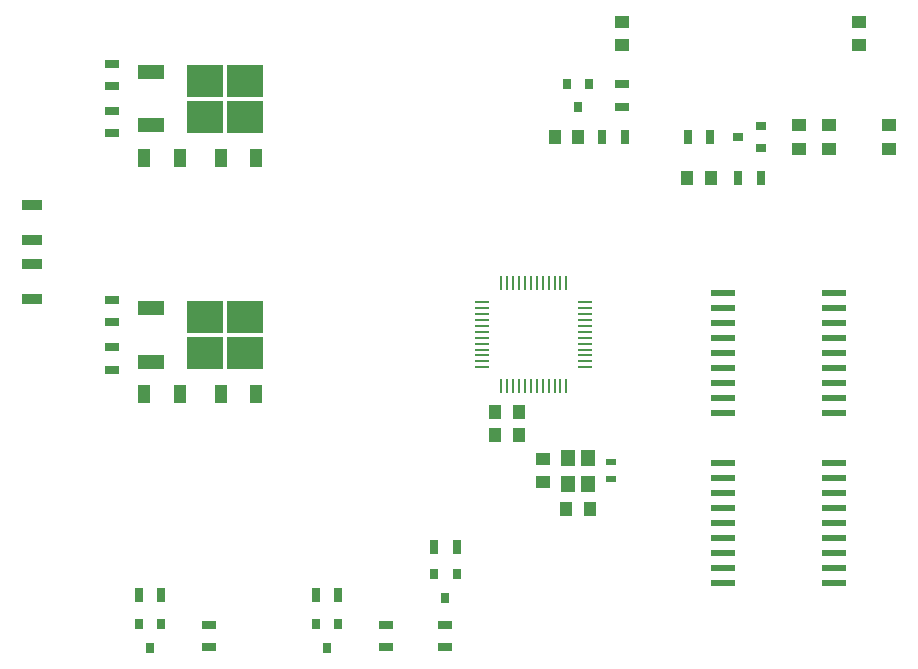
<source format=gtp>
G04 #@! TF.GenerationSoftware,KiCad,Pcbnew,(5.1.7)-1*
G04 #@! TF.CreationDate,2022-09-30T21:09:14+02:00*
G04 #@! TF.ProjectId,Zaehler-Modul,5a616568-6c65-4722-9d4d-6f64756c2e6b,rev?*
G04 #@! TF.SameCoordinates,Original*
G04 #@! TF.FileFunction,Paste,Top*
G04 #@! TF.FilePolarity,Positive*
%FSLAX46Y46*%
G04 Gerber Fmt 4.6, Leading zero omitted, Abs format (unit mm)*
G04 Created by KiCad (PCBNEW (5.1.7)-1) date 2022-09-30 21:09:14*
%MOMM*%
%LPD*%
G01*
G04 APERTURE LIST*
%ADD10R,1.700000X0.900000*%
%ADD11R,0.900000X0.500000*%
%ADD12R,1.000000X1.250000*%
%ADD13R,2.200000X1.200000*%
%ADD14R,3.050000X2.750000*%
%ADD15R,1.300000X0.700000*%
%ADD16R,1.000000X1.600000*%
%ADD17R,2.000000X0.600000*%
%ADD18R,1.200000X1.400000*%
%ADD19R,0.250000X1.300000*%
%ADD20R,1.300000X0.250000*%
%ADD21R,0.700000X1.300000*%
%ADD22R,0.900000X0.800000*%
%ADD23R,0.800000X0.900000*%
%ADD24R,1.250000X1.000000*%
G04 APERTURE END LIST*
D10*
X84750000Y-105050000D03*
X84750000Y-107950000D03*
X84750000Y-100050000D03*
X84750000Y-102950000D03*
D11*
X133750000Y-121750000D03*
X133750000Y-123250000D03*
D12*
X140250000Y-97750000D03*
X142250000Y-97750000D03*
D13*
X94800000Y-108720000D03*
X94800000Y-113280000D03*
D14*
X102775000Y-112525000D03*
X99425000Y-109475000D03*
X102775000Y-109475000D03*
X99425000Y-112525000D03*
D13*
X94800000Y-88720000D03*
X94800000Y-93280000D03*
D14*
X102775000Y-92525000D03*
X99425000Y-89475000D03*
X102775000Y-89475000D03*
X99425000Y-92525000D03*
D15*
X91500000Y-89950000D03*
X91500000Y-88050000D03*
X91500000Y-93950000D03*
X91500000Y-92050000D03*
X91500000Y-109950000D03*
X91500000Y-108050000D03*
X91500000Y-113950000D03*
X91500000Y-112050000D03*
D16*
X103750000Y-96000000D03*
X100750000Y-96000000D03*
X103750000Y-116000000D03*
X100750000Y-116000000D03*
X94250000Y-96000000D03*
X97250000Y-96000000D03*
X94250000Y-116000000D03*
X97250000Y-116000000D03*
D17*
X143300000Y-121840000D03*
X143300000Y-123110000D03*
X143300000Y-124380000D03*
X143300000Y-125650000D03*
X143300000Y-126920000D03*
X143300000Y-128190000D03*
X143300000Y-129460000D03*
X143300000Y-130730000D03*
X143300000Y-132000000D03*
X152700000Y-132000000D03*
X152700000Y-130730000D03*
X152700000Y-129460000D03*
X152700000Y-128190000D03*
X152700000Y-126920000D03*
X152700000Y-125650000D03*
X152700000Y-124380000D03*
X152700000Y-123110000D03*
X152700000Y-121840000D03*
X143300000Y-107500000D03*
X143300000Y-108770000D03*
X143300000Y-110040000D03*
X143300000Y-111310000D03*
X143300000Y-112580000D03*
X143300000Y-113850000D03*
X143300000Y-115120000D03*
X143300000Y-116390000D03*
X143300000Y-117660000D03*
X152700000Y-117660000D03*
X152700000Y-116390000D03*
X152700000Y-115120000D03*
X152700000Y-113850000D03*
X152700000Y-112580000D03*
X152700000Y-111310000D03*
X152700000Y-110040000D03*
X152700000Y-108770000D03*
X152700000Y-107500000D03*
D18*
X130150000Y-121400000D03*
X130150000Y-123600000D03*
X131850000Y-123600000D03*
X131850000Y-121400000D03*
D19*
X124500000Y-115350000D03*
X125000000Y-115350000D03*
X125500000Y-115350000D03*
X126000000Y-115350000D03*
X126500000Y-115350000D03*
X127000000Y-115350000D03*
X127500000Y-115350000D03*
X128000000Y-115350000D03*
X128500000Y-115350000D03*
X129000000Y-115350000D03*
X129500000Y-115350000D03*
X130000000Y-115350000D03*
D20*
X131600000Y-113750000D03*
X131600000Y-113250000D03*
X131600000Y-112750000D03*
X131600000Y-112250000D03*
X131600000Y-111750000D03*
X131600000Y-111250000D03*
X131600000Y-110750000D03*
X131600000Y-110250000D03*
X131600000Y-109750000D03*
X131600000Y-109250000D03*
X131600000Y-108750000D03*
X131600000Y-108250000D03*
D19*
X130000000Y-106650000D03*
X129500000Y-106650000D03*
X129000000Y-106650000D03*
X128500000Y-106650000D03*
X128000000Y-106650000D03*
X127500000Y-106650000D03*
X127000000Y-106650000D03*
X126500000Y-106650000D03*
X126000000Y-106650000D03*
X125500000Y-106650000D03*
X125000000Y-106650000D03*
X124500000Y-106650000D03*
D20*
X122900000Y-108250000D03*
X122900000Y-108750000D03*
X122900000Y-109250000D03*
X122900000Y-109750000D03*
X122900000Y-110250000D03*
X122900000Y-110750000D03*
X122900000Y-111250000D03*
X122900000Y-111750000D03*
X122900000Y-112250000D03*
X122900000Y-112750000D03*
X122900000Y-113250000D03*
X122900000Y-113750000D03*
D21*
X142200000Y-94250000D03*
X140300000Y-94250000D03*
X133050000Y-94250000D03*
X134950000Y-94250000D03*
X146450000Y-97750000D03*
X144550000Y-97750000D03*
X95700000Y-133000000D03*
X93800000Y-133000000D03*
D22*
X144500000Y-94250000D03*
X146500000Y-93300000D03*
X146500000Y-95200000D03*
D23*
X131000000Y-91750000D03*
X130050000Y-89750000D03*
X131950000Y-89750000D03*
D12*
X126000000Y-117500000D03*
X124000000Y-117500000D03*
X124000000Y-119500000D03*
X126000000Y-119500000D03*
X131000000Y-94250000D03*
X129000000Y-94250000D03*
D24*
X149670000Y-93250000D03*
X149670000Y-95250000D03*
X134750000Y-84500000D03*
X134750000Y-86500000D03*
D12*
X132000000Y-125750000D03*
X130000000Y-125750000D03*
D24*
X152210000Y-95250000D03*
X152210000Y-93250000D03*
X128000000Y-121500000D03*
X128000000Y-123500000D03*
X157290000Y-95250000D03*
X157290000Y-93250000D03*
X154750000Y-84500000D03*
X154750000Y-86500000D03*
D15*
X134750000Y-89800000D03*
X134750000Y-91700000D03*
X99750000Y-135550000D03*
X99750000Y-137450000D03*
D23*
X94750000Y-137500000D03*
X93800000Y-135500000D03*
X95700000Y-135500000D03*
D21*
X110700000Y-133000000D03*
X108800000Y-133000000D03*
D15*
X114750000Y-135550000D03*
X114750000Y-137450000D03*
D23*
X110700000Y-135500000D03*
X108800000Y-135500000D03*
X109750000Y-137500000D03*
D15*
X119750000Y-137450000D03*
X119750000Y-135550000D03*
D21*
X120700000Y-129000000D03*
X118800000Y-129000000D03*
D23*
X120700000Y-131250000D03*
X118800000Y-131250000D03*
X119750000Y-133250000D03*
M02*

</source>
